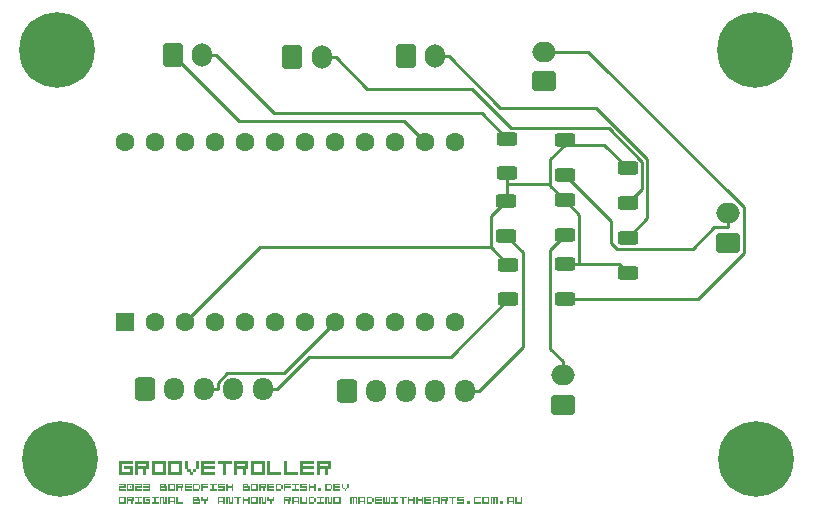
<source format=gbr>
%TF.GenerationSoftware,KiCad,Pcbnew,7.0.1*%
%TF.CreationDate,2023-09-03T20:42:36-04:00*%
%TF.ProjectId,Groove Coaster,47726f6f-7665-4204-936f-61737465722e,rev?*%
%TF.SameCoordinates,Original*%
%TF.FileFunction,Copper,L1,Top*%
%TF.FilePolarity,Positive*%
%FSLAX46Y46*%
G04 Gerber Fmt 4.6, Leading zero omitted, Abs format (unit mm)*
G04 Created by KiCad (PCBNEW 7.0.1) date 2023-09-03 20:42:36*
%MOMM*%
%LPD*%
G01*
G04 APERTURE LIST*
G04 Aperture macros list*
%AMRoundRect*
0 Rectangle with rounded corners*
0 $1 Rounding radius*
0 $2 $3 $4 $5 $6 $7 $8 $9 X,Y pos of 4 corners*
0 Add a 4 corners polygon primitive as box body*
4,1,4,$2,$3,$4,$5,$6,$7,$8,$9,$2,$3,0*
0 Add four circle primitives for the rounded corners*
1,1,$1+$1,$2,$3*
1,1,$1+$1,$4,$5*
1,1,$1+$1,$6,$7*
1,1,$1+$1,$8,$9*
0 Add four rect primitives between the rounded corners*
20,1,$1+$1,$2,$3,$4,$5,0*
20,1,$1+$1,$4,$5,$6,$7,0*
20,1,$1+$1,$6,$7,$8,$9,0*
20,1,$1+$1,$8,$9,$2,$3,0*%
G04 Aperture macros list end*
%ADD10C,0.187500*%
%TA.AperFunction,NonConductor*%
%ADD11C,0.187500*%
%TD*%
%ADD12C,0.300000*%
%TA.AperFunction,NonConductor*%
%ADD13C,0.300000*%
%TD*%
%TA.AperFunction,ComponentPad*%
%ADD14RoundRect,0.250000X-0.600000X-0.750000X0.600000X-0.750000X0.600000X0.750000X-0.600000X0.750000X0*%
%TD*%
%TA.AperFunction,ComponentPad*%
%ADD15O,1.700000X2.000000*%
%TD*%
%TA.AperFunction,ComponentPad*%
%ADD16RoundRect,0.250000X0.750000X-0.600000X0.750000X0.600000X-0.750000X0.600000X-0.750000X-0.600000X0*%
%TD*%
%TA.AperFunction,ComponentPad*%
%ADD17O,2.000000X1.700000*%
%TD*%
%TA.AperFunction,SMDPad,CuDef*%
%ADD18RoundRect,0.250000X-0.625000X0.312500X-0.625000X-0.312500X0.625000X-0.312500X0.625000X0.312500X0*%
%TD*%
%TA.AperFunction,SMDPad,CuDef*%
%ADD19RoundRect,0.250000X0.625000X-0.312500X0.625000X0.312500X-0.625000X0.312500X-0.625000X-0.312500X0*%
%TD*%
%TA.AperFunction,ComponentPad*%
%ADD20C,6.400000*%
%TD*%
%TA.AperFunction,ComponentPad*%
%ADD21R,1.600000X1.600000*%
%TD*%
%TA.AperFunction,ComponentPad*%
%ADD22C,1.600000*%
%TD*%
%TA.AperFunction,ComponentPad*%
%ADD23RoundRect,0.250000X-0.600000X-0.725000X0.600000X-0.725000X0.600000X0.725000X-0.600000X0.725000X0*%
%TD*%
%TA.AperFunction,ComponentPad*%
%ADD24O,1.700000X1.950000*%
%TD*%
%TA.AperFunction,Conductor*%
%ADD25C,0.250000*%
%TD*%
G04 APERTURE END LIST*
D10*
D11*
G36*
X79396990Y-84672500D02*
G01*
X78800000Y-84672500D01*
X78800000Y-84203370D01*
X78928044Y-84203370D01*
X78928044Y-84543722D01*
X79268946Y-84543722D01*
X79268946Y-84203370D01*
X78928044Y-84203370D01*
X78800000Y-84203370D01*
X78800000Y-84074593D01*
X79396990Y-84074593D01*
X79396990Y-84672500D01*
G37*
G36*
X80096746Y-84437843D02*
G01*
X79979509Y-84437843D01*
X79979509Y-84672500D01*
X79851465Y-84672500D01*
X79851465Y-84437843D01*
X79627800Y-84437843D01*
X79627800Y-84672500D01*
X79499755Y-84672500D01*
X79499755Y-84203370D01*
X79627800Y-84203370D01*
X79627800Y-84309066D01*
X79968702Y-84309066D01*
X79968702Y-84203370D01*
X79627800Y-84203370D01*
X79499755Y-84203370D01*
X79499755Y-84074593D01*
X80096746Y-84074593D01*
X80096746Y-84437843D01*
G37*
G36*
X80199511Y-84672500D02*
G01*
X80199511Y-84543722D01*
X80433984Y-84543722D01*
X80433984Y-84203370D01*
X80199511Y-84203370D01*
X80199511Y-84074593D01*
X80797418Y-84074593D01*
X80797418Y-84203370D01*
X80562028Y-84203370D01*
X80562028Y-84543722D01*
X80797418Y-84543722D01*
X80797418Y-84672500D01*
X80199511Y-84672500D01*
G37*
G36*
X80899267Y-84672500D02*
G01*
X80899267Y-84074593D01*
X81496257Y-84074593D01*
X81496257Y-84203370D01*
X81027311Y-84203370D01*
X81027311Y-84543722D01*
X81368213Y-84543722D01*
X81368213Y-84437843D01*
X81133190Y-84437843D01*
X81133190Y-84309066D01*
X81496257Y-84309066D01*
X81496257Y-84672500D01*
X80899267Y-84672500D01*
G37*
G36*
X81599023Y-84672500D02*
G01*
X81599023Y-84543722D01*
X81833496Y-84543722D01*
X81833496Y-84203370D01*
X81599023Y-84203370D01*
X81599023Y-84074593D01*
X82196929Y-84074593D01*
X82196929Y-84203370D01*
X81961540Y-84203370D01*
X81961540Y-84543722D01*
X82196929Y-84543722D01*
X82196929Y-84672500D01*
X81599023Y-84672500D01*
G37*
G36*
X82298778Y-84672500D02*
G01*
X82298778Y-84074593D01*
X82661296Y-84074593D01*
X82661296Y-84543722D01*
X82767725Y-84543722D01*
X82767725Y-84074593D01*
X82895769Y-84074593D01*
X82895769Y-84672500D01*
X82533251Y-84672500D01*
X82533251Y-84203370D01*
X82426823Y-84203370D01*
X82426823Y-84672500D01*
X82298778Y-84672500D01*
G37*
G36*
X83595525Y-84672500D02*
G01*
X83467480Y-84672500D01*
X83467480Y-84555080D01*
X83126578Y-84555080D01*
X83126578Y-84672500D01*
X82998534Y-84672500D01*
X82998534Y-84203370D01*
X83126578Y-84203370D01*
X83126578Y-84426303D01*
X83467480Y-84426303D01*
X83467480Y-84203370D01*
X83126578Y-84203370D01*
X82998534Y-84203370D01*
X82998534Y-84074593D01*
X83595525Y-84074593D01*
X83595525Y-84672500D01*
G37*
G36*
X83698290Y-84672500D02*
G01*
X83698290Y-84074593D01*
X83826334Y-84074593D01*
X83826334Y-84543722D01*
X84290334Y-84543722D01*
X84290334Y-84672500D01*
X83698290Y-84672500D01*
G37*
G36*
X85577555Y-84309066D02*
G01*
X85694792Y-84309066D01*
X85694792Y-84672500D01*
X85097801Y-84672500D01*
X85097801Y-84437843D01*
X85225846Y-84437843D01*
X85225846Y-84543722D01*
X85566748Y-84543722D01*
X85566748Y-84437843D01*
X85225846Y-84437843D01*
X85097801Y-84437843D01*
X85097801Y-84203370D01*
X85225846Y-84203370D01*
X85225846Y-84309066D01*
X85449511Y-84309066D01*
X85449511Y-84203370D01*
X85225846Y-84203370D01*
X85097801Y-84203370D01*
X85097801Y-84074593D01*
X85577555Y-84074593D01*
X85577555Y-84309066D01*
G37*
G36*
X86032030Y-84672500D02*
G01*
X86032030Y-84437843D01*
X85797557Y-84437843D01*
X85797557Y-84074593D01*
X85925601Y-84074593D01*
X85925601Y-84309066D01*
X86266503Y-84309066D01*
X86266503Y-84074593D01*
X86394548Y-84074593D01*
X86394548Y-84437843D01*
X86160075Y-84437843D01*
X86160075Y-84672500D01*
X86032030Y-84672500D01*
G37*
G36*
X87794059Y-84672500D02*
G01*
X87666015Y-84672500D01*
X87666015Y-84555080D01*
X87325113Y-84555080D01*
X87325113Y-84672500D01*
X87197069Y-84672500D01*
X87197069Y-84203370D01*
X87325113Y-84203370D01*
X87325113Y-84426303D01*
X87666015Y-84426303D01*
X87666015Y-84203370D01*
X87325113Y-84203370D01*
X87197069Y-84203370D01*
X87197069Y-84074593D01*
X87794059Y-84074593D01*
X87794059Y-84672500D01*
G37*
G36*
X87896824Y-84672500D02*
G01*
X87896824Y-84074593D01*
X88259342Y-84074593D01*
X88259342Y-84543722D01*
X88365771Y-84543722D01*
X88365771Y-84074593D01*
X88493815Y-84074593D01*
X88493815Y-84672500D01*
X88131297Y-84672500D01*
X88131297Y-84203370D01*
X88024869Y-84203370D01*
X88024869Y-84672500D01*
X87896824Y-84672500D01*
G37*
G36*
X88831053Y-84672500D02*
G01*
X88831053Y-84203370D01*
X88596580Y-84203370D01*
X88596580Y-84074593D01*
X89194487Y-84074593D01*
X89194487Y-84203370D01*
X88959098Y-84203370D01*
X88959098Y-84672500D01*
X88831053Y-84672500D01*
G37*
G36*
X89296336Y-84672500D02*
G01*
X89296336Y-84074593D01*
X89424380Y-84074593D01*
X89424380Y-84309066D01*
X89765282Y-84309066D01*
X89765282Y-84074593D01*
X89893326Y-84074593D01*
X89893326Y-84672500D01*
X89765282Y-84672500D01*
X89765282Y-84437843D01*
X89424380Y-84437843D01*
X89424380Y-84672500D01*
X89296336Y-84672500D01*
G37*
G36*
X90593082Y-84672500D02*
G01*
X89996092Y-84672500D01*
X89996092Y-84203370D01*
X90124136Y-84203370D01*
X90124136Y-84543722D01*
X90465038Y-84543722D01*
X90465038Y-84203370D01*
X90124136Y-84203370D01*
X89996092Y-84203370D01*
X89996092Y-84074593D01*
X90593082Y-84074593D01*
X90593082Y-84672500D01*
G37*
G36*
X90695847Y-84672500D02*
G01*
X90695847Y-84074593D01*
X91058365Y-84074593D01*
X91058365Y-84543722D01*
X91164794Y-84543722D01*
X91164794Y-84074593D01*
X91292838Y-84074593D01*
X91292838Y-84672500D01*
X90930321Y-84672500D01*
X90930321Y-84203370D01*
X90823892Y-84203370D01*
X90823892Y-84672500D01*
X90695847Y-84672500D01*
G37*
G36*
X91630076Y-84672500D02*
G01*
X91630076Y-84437843D01*
X91395603Y-84437843D01*
X91395603Y-84074593D01*
X91523647Y-84074593D01*
X91523647Y-84309066D01*
X91864549Y-84309066D01*
X91864549Y-84074593D01*
X91992594Y-84074593D01*
X91992594Y-84437843D01*
X91758121Y-84437843D01*
X91758121Y-84672500D01*
X91630076Y-84672500D01*
G37*
G36*
X93392105Y-84437843D02*
G01*
X93274869Y-84437843D01*
X93274869Y-84672500D01*
X93146824Y-84672500D01*
X93146824Y-84437843D01*
X92923159Y-84437843D01*
X92923159Y-84672500D01*
X92795115Y-84672500D01*
X92795115Y-84203370D01*
X92923159Y-84203370D01*
X92923159Y-84309066D01*
X93264061Y-84309066D01*
X93264061Y-84203370D01*
X92923159Y-84203370D01*
X92795115Y-84203370D01*
X92795115Y-84074593D01*
X93392105Y-84074593D01*
X93392105Y-84437843D01*
G37*
G36*
X94091861Y-84672500D02*
G01*
X93963817Y-84672500D01*
X93963817Y-84555080D01*
X93622915Y-84555080D01*
X93622915Y-84672500D01*
X93494870Y-84672500D01*
X93494870Y-84203370D01*
X93622915Y-84203370D01*
X93622915Y-84426303D01*
X93963817Y-84426303D01*
X93963817Y-84203370D01*
X93622915Y-84203370D01*
X93494870Y-84203370D01*
X93494870Y-84074593D01*
X94091861Y-84074593D01*
X94091861Y-84672500D01*
G37*
G36*
X94194626Y-84672500D02*
G01*
X94194626Y-84074593D01*
X94322670Y-84074593D01*
X94322670Y-84543722D01*
X94663572Y-84543722D01*
X94663572Y-84074593D01*
X94791617Y-84074593D01*
X94791617Y-84672500D01*
X94194626Y-84672500D01*
G37*
G36*
X95363328Y-84555263D02*
G01*
X95363328Y-84191830D01*
X95491372Y-84191830D01*
X95491372Y-84555263D01*
X95363328Y-84555263D01*
G37*
G36*
X94894382Y-84672500D02*
G01*
X94894382Y-84074593D01*
X95375052Y-84074593D01*
X95375052Y-84203370D01*
X95022426Y-84203370D01*
X95022426Y-84543722D01*
X95375052Y-84543722D01*
X95375052Y-84672500D01*
X94894382Y-84672500D01*
G37*
G36*
X95594138Y-84672500D02*
G01*
X95594138Y-84543722D01*
X95828611Y-84543722D01*
X95828611Y-84203370D01*
X95594138Y-84203370D01*
X95594138Y-84074593D01*
X96192044Y-84074593D01*
X96192044Y-84203370D01*
X95956655Y-84203370D01*
X95956655Y-84543722D01*
X96192044Y-84543722D01*
X96192044Y-84672500D01*
X95594138Y-84672500D01*
G37*
G36*
X96293893Y-84672500D02*
G01*
X96293893Y-84074593D01*
X96656411Y-84074593D01*
X96656411Y-84543722D01*
X96762840Y-84543722D01*
X96762840Y-84074593D01*
X96890884Y-84074593D01*
X96890884Y-84672500D01*
X96528367Y-84672500D01*
X96528367Y-84203370D01*
X96421938Y-84203370D01*
X96421938Y-84672500D01*
X96293893Y-84672500D01*
G37*
G36*
X97590640Y-84672500D02*
G01*
X96993649Y-84672500D01*
X96993649Y-84203370D01*
X97121693Y-84203370D01*
X97121693Y-84543722D01*
X97462595Y-84543722D01*
X97462595Y-84203370D01*
X97121693Y-84203370D01*
X96993649Y-84203370D01*
X96993649Y-84074593D01*
X97590640Y-84074593D01*
X97590640Y-84672500D01*
G37*
G36*
X98393161Y-84672500D02*
G01*
X98393161Y-84074593D01*
X98990151Y-84074593D01*
X98990151Y-84672500D01*
X98862107Y-84672500D01*
X98862107Y-84203370D01*
X98755678Y-84203370D01*
X98755678Y-84672500D01*
X98627634Y-84672500D01*
X98627634Y-84203370D01*
X98521205Y-84203370D01*
X98521205Y-84672500D01*
X98393161Y-84672500D01*
G37*
G36*
X99689907Y-84672500D02*
G01*
X99561863Y-84672500D01*
X99561863Y-84555080D01*
X99220961Y-84555080D01*
X99220961Y-84672500D01*
X99092916Y-84672500D01*
X99092916Y-84203370D01*
X99220961Y-84203370D01*
X99220961Y-84426303D01*
X99561863Y-84426303D01*
X99561863Y-84203370D01*
X99220961Y-84203370D01*
X99092916Y-84203370D01*
X99092916Y-84074593D01*
X99689907Y-84074593D01*
X99689907Y-84672500D01*
G37*
G36*
X100261618Y-84555263D02*
G01*
X100261618Y-84191830D01*
X100389663Y-84191830D01*
X100389663Y-84555263D01*
X100261618Y-84555263D01*
G37*
G36*
X99792672Y-84672500D02*
G01*
X99792672Y-84074593D01*
X100273342Y-84074593D01*
X100273342Y-84203370D01*
X99920717Y-84203370D01*
X99920717Y-84543722D01*
X100273342Y-84543722D01*
X100273342Y-84672500D01*
X99792672Y-84672500D01*
G37*
G36*
X100492428Y-84672500D02*
G01*
X100492428Y-84074593D01*
X101084473Y-84074593D01*
X101084473Y-84203370D01*
X100620472Y-84203370D01*
X100620472Y-84309066D01*
X101084473Y-84309066D01*
X101084473Y-84437843D01*
X100620472Y-84437843D01*
X100620472Y-84543722D01*
X101084473Y-84543722D01*
X101084473Y-84672500D01*
X100492428Y-84672500D01*
G37*
G36*
X101192184Y-84672500D02*
G01*
X101192184Y-84074593D01*
X101320228Y-84074593D01*
X101320228Y-84543722D01*
X101426657Y-84543722D01*
X101426657Y-84074593D01*
X101554701Y-84074593D01*
X101554701Y-84543722D01*
X101661130Y-84543722D01*
X101661130Y-84074593D01*
X101789174Y-84074593D01*
X101789174Y-84672500D01*
X101192184Y-84672500D01*
G37*
G36*
X101891939Y-84672500D02*
G01*
X101891939Y-84543722D01*
X102126413Y-84543722D01*
X102126413Y-84203370D01*
X101891939Y-84203370D01*
X101891939Y-84074593D01*
X102489846Y-84074593D01*
X102489846Y-84203370D01*
X102254457Y-84203370D01*
X102254457Y-84543722D01*
X102489846Y-84543722D01*
X102489846Y-84672500D01*
X101891939Y-84672500D01*
G37*
G36*
X102826168Y-84672500D02*
G01*
X102826168Y-84203370D01*
X102591695Y-84203370D01*
X102591695Y-84074593D01*
X103189602Y-84074593D01*
X103189602Y-84203370D01*
X102954213Y-84203370D01*
X102954213Y-84672500D01*
X102826168Y-84672500D01*
G37*
G36*
X103291451Y-84672500D02*
G01*
X103291451Y-84074593D01*
X103419495Y-84074593D01*
X103419495Y-84309066D01*
X103760397Y-84309066D01*
X103760397Y-84074593D01*
X103888442Y-84074593D01*
X103888442Y-84672500D01*
X103760397Y-84672500D01*
X103760397Y-84437843D01*
X103419495Y-84437843D01*
X103419495Y-84672500D01*
X103291451Y-84672500D01*
G37*
G36*
X103991207Y-84672500D02*
G01*
X103991207Y-84074593D01*
X104119251Y-84074593D01*
X104119251Y-84309066D01*
X104460153Y-84309066D01*
X104460153Y-84074593D01*
X104588197Y-84074593D01*
X104588197Y-84672500D01*
X104460153Y-84672500D01*
X104460153Y-84437843D01*
X104119251Y-84437843D01*
X104119251Y-84672500D01*
X103991207Y-84672500D01*
G37*
G36*
X104690963Y-84672500D02*
G01*
X104690963Y-84074593D01*
X105283007Y-84074593D01*
X105283007Y-84203370D01*
X104819007Y-84203370D01*
X104819007Y-84309066D01*
X105283007Y-84309066D01*
X105283007Y-84437843D01*
X104819007Y-84437843D01*
X104819007Y-84543722D01*
X105283007Y-84543722D01*
X105283007Y-84672500D01*
X104690963Y-84672500D01*
G37*
G36*
X105987709Y-84672500D02*
G01*
X105859665Y-84672500D01*
X105859665Y-84555080D01*
X105518763Y-84555080D01*
X105518763Y-84672500D01*
X105390718Y-84672500D01*
X105390718Y-84203370D01*
X105518763Y-84203370D01*
X105518763Y-84426303D01*
X105859665Y-84426303D01*
X105859665Y-84203370D01*
X105518763Y-84203370D01*
X105390718Y-84203370D01*
X105390718Y-84074593D01*
X105987709Y-84074593D01*
X105987709Y-84672500D01*
G37*
G36*
X106687465Y-84437843D02*
G01*
X106570228Y-84437843D01*
X106570228Y-84672500D01*
X106442184Y-84672500D01*
X106442184Y-84437843D01*
X106218518Y-84437843D01*
X106218518Y-84672500D01*
X106090474Y-84672500D01*
X106090474Y-84203370D01*
X106218518Y-84203370D01*
X106218518Y-84309066D01*
X106559420Y-84309066D01*
X106559420Y-84203370D01*
X106218518Y-84203370D01*
X106090474Y-84203370D01*
X106090474Y-84074593D01*
X106687465Y-84074593D01*
X106687465Y-84437843D01*
G37*
G36*
X107024703Y-84672500D02*
G01*
X107024703Y-84203370D01*
X106790230Y-84203370D01*
X106790230Y-84074593D01*
X107388136Y-84074593D01*
X107388136Y-84203370D01*
X107152747Y-84203370D01*
X107152747Y-84672500D01*
X107024703Y-84672500D01*
G37*
G36*
X107489986Y-84672500D02*
G01*
X107489986Y-84543722D01*
X107958932Y-84543722D01*
X107958932Y-84437843D01*
X107489986Y-84437843D01*
X107489986Y-84074593D01*
X108086976Y-84074593D01*
X108086976Y-84203370D01*
X107618030Y-84203370D01*
X107618030Y-84309066D01*
X108086976Y-84309066D01*
X108086976Y-84672500D01*
X107489986Y-84672500D01*
G37*
G36*
X108306978Y-84672500D02*
G01*
X108306978Y-84426303D01*
X108553175Y-84426303D01*
X108553175Y-84672500D01*
X108306978Y-84672500D01*
G37*
G36*
X108889497Y-84672500D02*
G01*
X108889497Y-84074593D01*
X109481542Y-84074593D01*
X109481542Y-84203370D01*
X109017541Y-84203370D01*
X109017541Y-84543722D01*
X109481542Y-84543722D01*
X109481542Y-84672500D01*
X108889497Y-84672500D01*
G37*
G36*
X110186243Y-84672500D02*
G01*
X109589253Y-84672500D01*
X109589253Y-84203370D01*
X109717297Y-84203370D01*
X109717297Y-84543722D01*
X110058199Y-84543722D01*
X110058199Y-84203370D01*
X109717297Y-84203370D01*
X109589253Y-84203370D01*
X109589253Y-84074593D01*
X110186243Y-84074593D01*
X110186243Y-84672500D01*
G37*
G36*
X110289009Y-84672500D02*
G01*
X110289009Y-84074593D01*
X110885999Y-84074593D01*
X110885999Y-84672500D01*
X110757955Y-84672500D01*
X110757955Y-84203370D01*
X110651526Y-84203370D01*
X110651526Y-84672500D01*
X110523482Y-84672500D01*
X110523482Y-84203370D01*
X110417053Y-84203370D01*
X110417053Y-84672500D01*
X110289009Y-84672500D01*
G37*
G36*
X111106001Y-84672500D02*
G01*
X111106001Y-84426303D01*
X111352198Y-84426303D01*
X111352198Y-84672500D01*
X111106001Y-84672500D01*
G37*
G36*
X112285511Y-84672500D02*
G01*
X112157466Y-84672500D01*
X112157466Y-84555080D01*
X111816564Y-84555080D01*
X111816564Y-84672500D01*
X111688520Y-84672500D01*
X111688520Y-84203370D01*
X111816564Y-84203370D01*
X111816564Y-84426303D01*
X112157466Y-84426303D01*
X112157466Y-84203370D01*
X111816564Y-84203370D01*
X111688520Y-84203370D01*
X111688520Y-84074593D01*
X112285511Y-84074593D01*
X112285511Y-84672500D01*
G37*
G36*
X112388276Y-84672500D02*
G01*
X112388276Y-84074593D01*
X112516320Y-84074593D01*
X112516320Y-84543722D01*
X112857222Y-84543722D01*
X112857222Y-84074593D01*
X112985266Y-84074593D01*
X112985266Y-84672500D01*
X112388276Y-84672500D01*
G37*
D10*
D11*
G36*
X78800000Y-83572500D02*
G01*
X78800000Y-83209066D01*
X79268946Y-83209066D01*
X79268946Y-83103370D01*
X78800000Y-83103370D01*
X78800000Y-82974593D01*
X79396990Y-82974593D01*
X79396990Y-83337843D01*
X78928044Y-83337843D01*
X78928044Y-83443722D01*
X79396990Y-83443722D01*
X79396990Y-83572500D01*
X78800000Y-83572500D01*
G37*
G36*
X79862273Y-83337843D02*
G01*
X79734228Y-83337843D01*
X79734228Y-83209066D01*
X79862273Y-83209066D01*
X79862273Y-83337843D01*
G37*
G36*
X80096746Y-83572500D02*
G01*
X79499755Y-83572500D01*
X79499755Y-83103370D01*
X79627800Y-83103370D01*
X79627800Y-83443722D01*
X79968702Y-83443722D01*
X79968702Y-83103370D01*
X79627800Y-83103370D01*
X79499755Y-83103370D01*
X79499755Y-82974593D01*
X80096746Y-82974593D01*
X80096746Y-83572500D01*
G37*
G36*
X80199511Y-83572500D02*
G01*
X80199511Y-83209066D01*
X80668457Y-83209066D01*
X80668457Y-83103370D01*
X80199511Y-83103370D01*
X80199511Y-82974593D01*
X80796502Y-82974593D01*
X80796502Y-83337843D01*
X80327555Y-83337843D01*
X80327555Y-83443722D01*
X80796502Y-83443722D01*
X80796502Y-83572500D01*
X80199511Y-83572500D01*
G37*
G36*
X80899267Y-83572500D02*
G01*
X80899267Y-83443722D01*
X81368213Y-83443722D01*
X81368213Y-83337843D01*
X80899267Y-83337843D01*
X80899267Y-83209066D01*
X81368213Y-83209066D01*
X81368213Y-83103370D01*
X80899267Y-83103370D01*
X80899267Y-82974593D01*
X81496257Y-82974593D01*
X81496257Y-83572500D01*
X80899267Y-83572500D01*
G37*
G36*
X82778532Y-83209066D02*
G01*
X82895769Y-83209066D01*
X82895769Y-83572500D01*
X82298778Y-83572500D01*
X82298778Y-83337843D01*
X82426823Y-83337843D01*
X82426823Y-83443722D01*
X82767725Y-83443722D01*
X82767725Y-83337843D01*
X82426823Y-83337843D01*
X82298778Y-83337843D01*
X82298778Y-83103370D01*
X82426823Y-83103370D01*
X82426823Y-83209066D01*
X82650488Y-83209066D01*
X82650488Y-83103370D01*
X82426823Y-83103370D01*
X82298778Y-83103370D01*
X82298778Y-82974593D01*
X82778532Y-82974593D01*
X82778532Y-83209066D01*
G37*
G36*
X83595525Y-83572500D02*
G01*
X82998534Y-83572500D01*
X82998534Y-83103370D01*
X83126578Y-83103370D01*
X83126578Y-83443722D01*
X83467480Y-83443722D01*
X83467480Y-83103370D01*
X83126578Y-83103370D01*
X82998534Y-83103370D01*
X82998534Y-82974593D01*
X83595525Y-82974593D01*
X83595525Y-83572500D01*
G37*
G36*
X84295280Y-83337843D02*
G01*
X84178044Y-83337843D01*
X84178044Y-83572500D01*
X84050000Y-83572500D01*
X84050000Y-83337843D01*
X83826334Y-83337843D01*
X83826334Y-83572500D01*
X83698290Y-83572500D01*
X83698290Y-83103370D01*
X83826334Y-83103370D01*
X83826334Y-83209066D01*
X84167236Y-83209066D01*
X84167236Y-83103370D01*
X83826334Y-83103370D01*
X83698290Y-83103370D01*
X83698290Y-82974593D01*
X84295280Y-82974593D01*
X84295280Y-83337843D01*
G37*
G36*
X84398046Y-83572500D02*
G01*
X84398046Y-82974593D01*
X84990090Y-82974593D01*
X84990090Y-83103370D01*
X84526090Y-83103370D01*
X84526090Y-83209066D01*
X84990090Y-83209066D01*
X84990090Y-83337843D01*
X84526090Y-83337843D01*
X84526090Y-83443722D01*
X84990090Y-83443722D01*
X84990090Y-83572500D01*
X84398046Y-83572500D01*
G37*
G36*
X85566748Y-83455263D02*
G01*
X85566748Y-83091830D01*
X85694792Y-83091830D01*
X85694792Y-83455263D01*
X85566748Y-83455263D01*
G37*
G36*
X85097801Y-83572500D02*
G01*
X85097801Y-82974593D01*
X85578471Y-82974593D01*
X85578471Y-83103370D01*
X85225846Y-83103370D01*
X85225846Y-83443722D01*
X85578471Y-83443722D01*
X85578471Y-83572500D01*
X85097801Y-83572500D01*
G37*
G36*
X85797557Y-83572500D02*
G01*
X85797557Y-82974593D01*
X86389602Y-82974593D01*
X86389602Y-83103370D01*
X85925601Y-83103370D01*
X85925601Y-83209066D01*
X86389602Y-83209066D01*
X86389602Y-83337843D01*
X85925601Y-83337843D01*
X85925601Y-83572500D01*
X85797557Y-83572500D01*
G37*
G36*
X86497313Y-83572500D02*
G01*
X86497313Y-83443722D01*
X86731786Y-83443722D01*
X86731786Y-83103370D01*
X86497313Y-83103370D01*
X86497313Y-82974593D01*
X87095219Y-82974593D01*
X87095219Y-83103370D01*
X86859830Y-83103370D01*
X86859830Y-83443722D01*
X87095219Y-83443722D01*
X87095219Y-83572500D01*
X86497313Y-83572500D01*
G37*
G36*
X87197069Y-83572500D02*
G01*
X87197069Y-83443722D01*
X87666015Y-83443722D01*
X87666015Y-83337843D01*
X87197069Y-83337843D01*
X87197069Y-82974593D01*
X87794059Y-82974593D01*
X87794059Y-83103370D01*
X87325113Y-83103370D01*
X87325113Y-83209066D01*
X87794059Y-83209066D01*
X87794059Y-83572500D01*
X87197069Y-83572500D01*
G37*
G36*
X87896824Y-83572500D02*
G01*
X87896824Y-82974593D01*
X88024869Y-82974593D01*
X88024869Y-83209066D01*
X88365771Y-83209066D01*
X88365771Y-82974593D01*
X88493815Y-82974593D01*
X88493815Y-83572500D01*
X88365771Y-83572500D01*
X88365771Y-83337843D01*
X88024869Y-83337843D01*
X88024869Y-83572500D01*
X87896824Y-83572500D01*
G37*
G36*
X89776090Y-83209066D02*
G01*
X89893326Y-83209066D01*
X89893326Y-83572500D01*
X89296336Y-83572500D01*
X89296336Y-83337843D01*
X89424380Y-83337843D01*
X89424380Y-83443722D01*
X89765282Y-83443722D01*
X89765282Y-83337843D01*
X89424380Y-83337843D01*
X89296336Y-83337843D01*
X89296336Y-83103370D01*
X89424380Y-83103370D01*
X89424380Y-83209066D01*
X89648046Y-83209066D01*
X89648046Y-83103370D01*
X89424380Y-83103370D01*
X89296336Y-83103370D01*
X89296336Y-82974593D01*
X89776090Y-82974593D01*
X89776090Y-83209066D01*
G37*
G36*
X90593082Y-83572500D02*
G01*
X89996092Y-83572500D01*
X89996092Y-83103370D01*
X90124136Y-83103370D01*
X90124136Y-83443722D01*
X90465038Y-83443722D01*
X90465038Y-83103370D01*
X90124136Y-83103370D01*
X89996092Y-83103370D01*
X89996092Y-82974593D01*
X90593082Y-82974593D01*
X90593082Y-83572500D01*
G37*
G36*
X91292838Y-83337843D02*
G01*
X91175601Y-83337843D01*
X91175601Y-83572500D01*
X91047557Y-83572500D01*
X91047557Y-83337843D01*
X90823892Y-83337843D01*
X90823892Y-83572500D01*
X90695847Y-83572500D01*
X90695847Y-83103370D01*
X90823892Y-83103370D01*
X90823892Y-83209066D01*
X91164794Y-83209066D01*
X91164794Y-83103370D01*
X90823892Y-83103370D01*
X90695847Y-83103370D01*
X90695847Y-82974593D01*
X91292838Y-82974593D01*
X91292838Y-83337843D01*
G37*
G36*
X91395603Y-83572500D02*
G01*
X91395603Y-82974593D01*
X91987648Y-82974593D01*
X91987648Y-83103370D01*
X91523647Y-83103370D01*
X91523647Y-83209066D01*
X91987648Y-83209066D01*
X91987648Y-83337843D01*
X91523647Y-83337843D01*
X91523647Y-83443722D01*
X91987648Y-83443722D01*
X91987648Y-83572500D01*
X91395603Y-83572500D01*
G37*
G36*
X92564305Y-83455263D02*
G01*
X92564305Y-83091830D01*
X92692349Y-83091830D01*
X92692349Y-83455263D01*
X92564305Y-83455263D01*
G37*
G36*
X92095359Y-83572500D02*
G01*
X92095359Y-82974593D01*
X92576029Y-82974593D01*
X92576029Y-83103370D01*
X92223403Y-83103370D01*
X92223403Y-83443722D01*
X92576029Y-83443722D01*
X92576029Y-83572500D01*
X92095359Y-83572500D01*
G37*
G36*
X92795115Y-83572500D02*
G01*
X92795115Y-82974593D01*
X93387159Y-82974593D01*
X93387159Y-83103370D01*
X92923159Y-83103370D01*
X92923159Y-83209066D01*
X93387159Y-83209066D01*
X93387159Y-83337843D01*
X92923159Y-83337843D01*
X92923159Y-83572500D01*
X92795115Y-83572500D01*
G37*
G36*
X93494870Y-83572500D02*
G01*
X93494870Y-83443722D01*
X93729344Y-83443722D01*
X93729344Y-83103370D01*
X93494870Y-83103370D01*
X93494870Y-82974593D01*
X94092777Y-82974593D01*
X94092777Y-83103370D01*
X93857388Y-83103370D01*
X93857388Y-83443722D01*
X94092777Y-83443722D01*
X94092777Y-83572500D01*
X93494870Y-83572500D01*
G37*
G36*
X94194626Y-83572500D02*
G01*
X94194626Y-83443722D01*
X94663572Y-83443722D01*
X94663572Y-83337843D01*
X94194626Y-83337843D01*
X94194626Y-82974593D01*
X94791617Y-82974593D01*
X94791617Y-83103370D01*
X94322670Y-83103370D01*
X94322670Y-83209066D01*
X94791617Y-83209066D01*
X94791617Y-83572500D01*
X94194626Y-83572500D01*
G37*
G36*
X94894382Y-83572500D02*
G01*
X94894382Y-82974593D01*
X95022426Y-82974593D01*
X95022426Y-83209066D01*
X95363328Y-83209066D01*
X95363328Y-82974593D01*
X95491372Y-82974593D01*
X95491372Y-83572500D01*
X95363328Y-83572500D01*
X95363328Y-83337843D01*
X95022426Y-83337843D01*
X95022426Y-83572500D01*
X94894382Y-83572500D01*
G37*
G36*
X95711374Y-83572500D02*
G01*
X95711374Y-83326303D01*
X95957571Y-83326303D01*
X95957571Y-83572500D01*
X95711374Y-83572500D01*
G37*
G36*
X96762840Y-83455263D02*
G01*
X96762840Y-83091830D01*
X96890884Y-83091830D01*
X96890884Y-83455263D01*
X96762840Y-83455263D01*
G37*
G36*
X96293893Y-83572500D02*
G01*
X96293893Y-82974593D01*
X96774563Y-82974593D01*
X96774563Y-83103370D01*
X96421938Y-83103370D01*
X96421938Y-83443722D01*
X96774563Y-83443722D01*
X96774563Y-83572500D01*
X96293893Y-83572500D01*
G37*
G36*
X96993649Y-83572500D02*
G01*
X96993649Y-82974593D01*
X97585694Y-82974593D01*
X97585694Y-83103370D01*
X97121693Y-83103370D01*
X97121693Y-83209066D01*
X97585694Y-83209066D01*
X97585694Y-83337843D01*
X97121693Y-83337843D01*
X97121693Y-83443722D01*
X97585694Y-83443722D01*
X97585694Y-83572500D01*
X96993649Y-83572500D01*
G37*
G36*
X97927878Y-83572500D02*
G01*
X97927878Y-83443722D01*
X98055922Y-83443722D01*
X98055922Y-83572500D01*
X97927878Y-83572500D01*
G37*
G36*
X97810642Y-83455080D02*
G01*
X97810642Y-83326303D01*
X97938686Y-83326303D01*
X97938686Y-83455080D01*
X97810642Y-83455080D01*
G37*
G36*
X98045115Y-83455080D02*
G01*
X98045115Y-83326303D01*
X98173159Y-83326303D01*
X98173159Y-83455080D01*
X98045115Y-83455080D01*
G37*
G36*
X97693405Y-83338026D02*
G01*
X97693405Y-82974593D01*
X97821449Y-82974593D01*
X97821449Y-83338026D01*
X97693405Y-83338026D01*
G37*
G36*
X98162351Y-83338026D02*
G01*
X98162351Y-82974593D01*
X98290396Y-82974593D01*
X98290396Y-83338026D01*
X98162351Y-83338026D01*
G37*
D12*
D13*
G36*
X78800000Y-82245000D02*
G01*
X78800000Y-81049187D01*
X79993981Y-81049187D01*
X79993981Y-81306741D01*
X79056088Y-81306741D01*
X79056088Y-81987445D01*
X79737892Y-81987445D01*
X79737892Y-81775687D01*
X79267847Y-81775687D01*
X79267847Y-81518133D01*
X79993981Y-81518133D01*
X79993981Y-82245000D01*
X78800000Y-82245000D01*
G37*
G36*
X81393492Y-81775687D02*
G01*
X81159019Y-81775687D01*
X81159019Y-82245000D01*
X80902930Y-82245000D01*
X80902930Y-81775687D01*
X80455600Y-81775687D01*
X80455600Y-82245000D01*
X80199511Y-82245000D01*
X80199511Y-81306741D01*
X80455600Y-81306741D01*
X80455600Y-81518133D01*
X81137404Y-81518133D01*
X81137404Y-81306741D01*
X80455600Y-81306741D01*
X80199511Y-81306741D01*
X80199511Y-81049187D01*
X81393492Y-81049187D01*
X81393492Y-81775687D01*
G37*
G36*
X82793004Y-82245000D02*
G01*
X81599023Y-82245000D01*
X81599023Y-81306741D01*
X81855111Y-81306741D01*
X81855111Y-81987445D01*
X82536915Y-81987445D01*
X82536915Y-81306741D01*
X81855111Y-81306741D01*
X81599023Y-81306741D01*
X81599023Y-81049187D01*
X82793004Y-81049187D01*
X82793004Y-82245000D01*
G37*
G36*
X84192515Y-82245000D02*
G01*
X82998534Y-82245000D01*
X82998534Y-81306741D01*
X83254623Y-81306741D01*
X83254623Y-81987445D01*
X83936427Y-81987445D01*
X83936427Y-81306741D01*
X83254623Y-81306741D01*
X82998534Y-81306741D01*
X82998534Y-81049187D01*
X84192515Y-81049187D01*
X84192515Y-82245000D01*
G37*
G36*
X84866992Y-82245000D02*
G01*
X84866992Y-81987445D01*
X85123080Y-81987445D01*
X85123080Y-82245000D01*
X84866992Y-82245000D01*
G37*
G36*
X84632519Y-82010160D02*
G01*
X84632519Y-81752606D01*
X84888607Y-81752606D01*
X84888607Y-82010160D01*
X84632519Y-82010160D01*
G37*
G36*
X85101465Y-82010160D02*
G01*
X85101465Y-81752606D01*
X85357554Y-81752606D01*
X85357554Y-82010160D01*
X85101465Y-82010160D01*
G37*
G36*
X84398046Y-81776053D02*
G01*
X84398046Y-81049187D01*
X84654134Y-81049187D01*
X84654134Y-81776053D01*
X84398046Y-81776053D01*
G37*
G36*
X85335938Y-81776053D02*
G01*
X85335938Y-81049187D01*
X85592027Y-81049187D01*
X85592027Y-81776053D01*
X85335938Y-81776053D01*
G37*
G36*
X85797557Y-82245000D02*
G01*
X85797557Y-81049187D01*
X86981646Y-81049187D01*
X86981646Y-81306741D01*
X86053646Y-81306741D01*
X86053646Y-81518133D01*
X86981646Y-81518133D01*
X86981646Y-81775687D01*
X86053646Y-81775687D01*
X86053646Y-81987445D01*
X86981646Y-81987445D01*
X86981646Y-82245000D01*
X85797557Y-82245000D01*
G37*
G36*
X87666015Y-82245000D02*
G01*
X87666015Y-81306741D01*
X87197069Y-81306741D01*
X87197069Y-81049187D01*
X88392882Y-81049187D01*
X88392882Y-81306741D01*
X87922103Y-81306741D01*
X87922103Y-82245000D01*
X87666015Y-82245000D01*
G37*
G36*
X89790561Y-81775687D02*
G01*
X89556088Y-81775687D01*
X89556088Y-82245000D01*
X89300000Y-82245000D01*
X89300000Y-81775687D01*
X88852669Y-81775687D01*
X88852669Y-82245000D01*
X88596580Y-82245000D01*
X88596580Y-81306741D01*
X88852669Y-81306741D01*
X88852669Y-81518133D01*
X89534473Y-81518133D01*
X89534473Y-81306741D01*
X88852669Y-81306741D01*
X88596580Y-81306741D01*
X88596580Y-81049187D01*
X89790561Y-81049187D01*
X89790561Y-81775687D01*
G37*
G36*
X91190073Y-82245000D02*
G01*
X89996092Y-82245000D01*
X89996092Y-81306741D01*
X90252180Y-81306741D01*
X90252180Y-81987445D01*
X90933984Y-81987445D01*
X90933984Y-81306741D01*
X90252180Y-81306741D01*
X89996092Y-81306741D01*
X89996092Y-81049187D01*
X91190073Y-81049187D01*
X91190073Y-82245000D01*
G37*
G36*
X91395603Y-82245000D02*
G01*
X91395603Y-81049187D01*
X91651692Y-81049187D01*
X91651692Y-81987445D01*
X92579692Y-81987445D01*
X92579692Y-82245000D01*
X91395603Y-82245000D01*
G37*
G36*
X92795115Y-82245000D02*
G01*
X92795115Y-81049187D01*
X93051203Y-81049187D01*
X93051203Y-81987445D01*
X93979204Y-81987445D01*
X93979204Y-82245000D01*
X92795115Y-82245000D01*
G37*
G36*
X94194626Y-82245000D02*
G01*
X94194626Y-81049187D01*
X95378715Y-81049187D01*
X95378715Y-81306741D01*
X94450715Y-81306741D01*
X94450715Y-81518133D01*
X95378715Y-81518133D01*
X95378715Y-81775687D01*
X94450715Y-81775687D01*
X94450715Y-81987445D01*
X95378715Y-81987445D01*
X95378715Y-82245000D01*
X94194626Y-82245000D01*
G37*
G36*
X96788119Y-81775687D02*
G01*
X96553646Y-81775687D01*
X96553646Y-82245000D01*
X96297557Y-82245000D01*
X96297557Y-81775687D01*
X95850226Y-81775687D01*
X95850226Y-82245000D01*
X95594138Y-82245000D01*
X95594138Y-81306741D01*
X95850226Y-81306741D01*
X95850226Y-81518133D01*
X96532030Y-81518133D01*
X96532030Y-81306741D01*
X95850226Y-81306741D01*
X95594138Y-81306741D01*
X95594138Y-81049187D01*
X96788119Y-81049187D01*
X96788119Y-81775687D01*
G37*
D14*
%TO.P,BT1,1,1*%
%TO.N,Net-(U1-B2)*%
X83400000Y-46700000D03*
D15*
%TO.P,BT1,2,2*%
%TO.N,Net-(BT1-Pad2)*%
X85900000Y-46700000D03*
%TD*%
D14*
%TO.P,BT2,1,1*%
%TO.N,Net-(U1-B3)*%
X93500000Y-46900000D03*
D15*
%TO.P,BT2,2,2*%
%TO.N,Net-(BT2-Pad2)*%
X96000000Y-46900000D03*
%TD*%
D14*
%TO.P,BT3,1,1*%
%TO.N,Net-(U1-B1)*%
X103100000Y-46800000D03*
D15*
%TO.P,BT3,2,2*%
%TO.N,Net-(BT3-Pad2)*%
X105600000Y-46800000D03*
%TD*%
D16*
%TO.P,LED1,1,-*%
%TO.N,Net-(LED1--)*%
X130400000Y-62600000D03*
D17*
%TO.P,LED1,2,+*%
%TO.N,Net-(LED1-+)*%
X130400000Y-60100000D03*
%TD*%
D16*
%TO.P,LED2,1,-*%
%TO.N,Net-(LED2--)*%
X116400000Y-76300000D03*
D17*
%TO.P,LED2,2,+*%
%TO.N,Net-(LED2-+)*%
X116400000Y-73800000D03*
%TD*%
D16*
%TO.P,LED3,1,-*%
%TO.N,Net-(LED3--)*%
X114800000Y-48900000D03*
D17*
%TO.P,LED3,2,+*%
%TO.N,Net-(LED3-+)*%
X114800000Y-46400000D03*
%TD*%
D18*
%TO.P,R1,1*%
%TO.N,Net-(BT1-Pad2)*%
X111700000Y-53775000D03*
%TO.P,R1,2*%
%TO.N,Net-(R1-Pad2)*%
X111700000Y-56700000D03*
%TD*%
D19*
%TO.P,R2,1*%
%TO.N,Net-(BT2-Pad2)*%
X121900000Y-59225000D03*
%TO.P,R2,2*%
%TO.N,Net-(R1-Pad2)*%
X121900000Y-56300000D03*
%TD*%
D18*
%TO.P,R3,1*%
%TO.N,Net-(BT3-Pad2)*%
X121900000Y-62200000D03*
%TO.P,R3,2*%
%TO.N,Net-(R1-Pad2)*%
X121900000Y-65125000D03*
%TD*%
D19*
%TO.P,R4,1*%
%TO.N,Net-(J1-Pin_5)*%
X111800000Y-67362500D03*
%TO.P,R4,2*%
%TO.N,Net-(R1-Pad2)*%
X111800000Y-64437500D03*
%TD*%
%TO.P,R5,1*%
%TO.N,Net-(J2-Pin_5)*%
X111600000Y-62000000D03*
%TO.P,R5,2*%
%TO.N,Net-(R1-Pad2)*%
X111600000Y-59075000D03*
%TD*%
%TO.P,R12,1*%
%TO.N,Net-(LED1-+)*%
X116600000Y-56825000D03*
%TO.P,R12,2*%
%TO.N,Net-(R1-Pad2)*%
X116600000Y-53900000D03*
%TD*%
%TO.P,R13,1*%
%TO.N,Net-(LED2-+)*%
X116600000Y-61925000D03*
%TO.P,R13,2*%
%TO.N,Net-(R1-Pad2)*%
X116600000Y-59000000D03*
%TD*%
%TO.P,R14,1*%
%TO.N,Net-(LED3-+)*%
X116600000Y-67325000D03*
%TO.P,R14,2*%
%TO.N,Net-(R1-Pad2)*%
X116600000Y-64400000D03*
%TD*%
D20*
%TO.P,REF\u002A\u002A,1*%
%TO.N,N/C*%
X73800000Y-80900000D03*
%TD*%
%TO.P,REF\u002A\u002A,1*%
%TO.N,N/C*%
X73600000Y-46300000D03*
%TD*%
D21*
%TO.P,U1,1,TX*%
%TO.N,unconnected-(U1-TX-Pad1)*%
X79330000Y-69320000D03*
D22*
%TO.P,U1,2,RX*%
%TO.N,unconnected-(U1-RX-Pad2)*%
X81870000Y-69320000D03*
%TO.P,U1,3,GND*%
%TO.N,Net-(R1-Pad2)*%
X84410000Y-69320000D03*
%TO.P,U1,4,GND*%
%TO.N,unconnected-(U1-GND-Pad4)*%
X86950000Y-69320000D03*
%TO.P,U1,5,SDA*%
%TO.N,Net-(J1-Pin_1)*%
X89490000Y-69320000D03*
%TO.P,U1,6,SCL*%
%TO.N,Net-(J1-Pin_2)*%
X92030000Y-69320000D03*
%TO.P,U1,7,D4*%
%TO.N,Net-(J1-Pin_4)*%
X94570000Y-69320000D03*
%TO.P,U1,8,C6*%
%TO.N,Net-(J1-Pin_3)*%
X97110000Y-69320000D03*
%TO.P,U1,9,D7*%
%TO.N,Net-(J2-Pin_3)*%
X99650000Y-69320000D03*
%TO.P,U1,10,E6*%
%TO.N,Net-(J2-Pin_4)*%
X102190000Y-69320000D03*
%TO.P,U1,11,B4*%
%TO.N,Net-(J2-Pin_2)*%
X104730000Y-69320000D03*
%TO.P,U1,12,B5*%
%TO.N,Net-(J2-Pin_1)*%
X107270000Y-69320000D03*
%TO.P,U1,13,B6*%
%TO.N,unconnected-(U1-B6-Pad13)*%
X107270000Y-54080000D03*
%TO.P,U1,14,B2*%
%TO.N,Net-(U1-B2)*%
X104730000Y-54080000D03*
%TO.P,U1,15,B3*%
%TO.N,Net-(U1-B3)*%
X102190000Y-54080000D03*
%TO.P,U1,16,B1*%
%TO.N,Net-(U1-B1)*%
X99650000Y-54080000D03*
%TO.P,U1,17,F7*%
%TO.N,Net-(LED1--)*%
X97110000Y-54080000D03*
%TO.P,U1,18,F6*%
%TO.N,Net-(LED2--)*%
X94570000Y-54080000D03*
%TO.P,U1,19,F5*%
%TO.N,Net-(LED3--)*%
X92030000Y-54080000D03*
%TO.P,U1,20,F4*%
%TO.N,unconnected-(U1-F4-Pad20)*%
X89490000Y-54080000D03*
%TO.P,U1,21,VCC*%
%TO.N,unconnected-(U1-VCC-Pad21)*%
X86950000Y-54080000D03*
%TO.P,U1,22,RST*%
%TO.N,unconnected-(U1-RST-Pad22)*%
X84410000Y-54080000D03*
%TO.P,U1,23,GND*%
%TO.N,unconnected-(U1-GND-Pad23)*%
X81870000Y-54080000D03*
%TO.P,U1,24,RAW*%
%TO.N,unconnected-(U1-RAW-Pad24)*%
X79330000Y-54080000D03*
%TD*%
D20*
%TO.P,REF\u002A\u002A,1*%
%TO.N,N/C*%
X132700000Y-46300000D03*
%TD*%
%TO.P,REF\u002A\u002A,1*%
%TO.N,N/C*%
X132800000Y-80900000D03*
%TD*%
D23*
%TO.P,J1,1,Pin_1*%
%TO.N,Net-(J1-Pin_1)*%
X81000000Y-75000000D03*
D24*
%TO.P,J1,2,Pin_2*%
%TO.N,Net-(J1-Pin_2)*%
X83500000Y-75000000D03*
%TO.P,J1,3,Pin_3*%
%TO.N,Net-(J1-Pin_3)*%
X86000000Y-75000000D03*
%TO.P,J1,4,Pin_4*%
%TO.N,Net-(J1-Pin_4)*%
X88500000Y-75000000D03*
%TO.P,J1,5,Pin_5*%
%TO.N,Net-(J1-Pin_5)*%
X91000000Y-75000000D03*
%TD*%
D23*
%TO.P,J2,1,Pin_1*%
%TO.N,Net-(J2-Pin_1)*%
X98100000Y-75100000D03*
D24*
%TO.P,J2,2,Pin_2*%
%TO.N,Net-(J2-Pin_2)*%
X100600000Y-75100000D03*
%TO.P,J2,3,Pin_3*%
%TO.N,Net-(J2-Pin_3)*%
X103100000Y-75100000D03*
%TO.P,J2,4,Pin_4*%
%TO.N,Net-(J2-Pin_4)*%
X105600000Y-75100000D03*
%TO.P,J2,5,Pin_5*%
%TO.N,Net-(J2-Pin_5)*%
X108100000Y-75100000D03*
%TD*%
D25*
%TO.N,Net-(BT1-Pad2)*%
X109529600Y-51604600D02*
X91979700Y-51604600D01*
X85900000Y-46700000D02*
X87075100Y-46700000D01*
X111700000Y-53775000D02*
X109529600Y-51604600D01*
X91979700Y-51604600D02*
X87075100Y-46700000D01*
%TO.N,Net-(U1-B2)*%
X102968500Y-52318500D02*
X89018500Y-52318500D01*
X89018500Y-52318500D02*
X83400000Y-46700000D01*
X104730000Y-54080000D02*
X102968500Y-52318500D01*
%TO.N,Net-(BT2-Pad2)*%
X99812500Y-49537400D02*
X97175100Y-46900000D01*
X108712700Y-49537400D02*
X99812500Y-49537400D01*
X112061600Y-52886300D02*
X108712700Y-49537400D01*
X120281800Y-52886300D02*
X112061600Y-52886300D01*
X121900000Y-59225000D02*
X123109700Y-58015300D01*
X123109700Y-58015300D02*
X123109700Y-55714200D01*
X96000000Y-46900000D02*
X97175100Y-46900000D01*
X123109700Y-55714200D02*
X120281800Y-52886300D01*
%TO.N,Net-(BT3-Pad2)*%
X119186600Y-51154400D02*
X111129500Y-51154400D01*
X121900000Y-62200000D02*
X123568400Y-60531600D01*
X123568400Y-60531600D02*
X123568400Y-55536200D01*
X123568400Y-55536200D02*
X119186600Y-51154400D01*
X105600000Y-46800000D02*
X106775100Y-46800000D01*
X111129500Y-51154400D02*
X106775100Y-46800000D01*
%TO.N,Net-(LED1-+)*%
X130400000Y-60100000D02*
X130400000Y-61275100D01*
X121006200Y-63089100D02*
X127410900Y-63089100D01*
X129224900Y-61275100D02*
X130400000Y-61275100D01*
X120500400Y-62583300D02*
X121006200Y-63089100D01*
X120500400Y-60725400D02*
X120500400Y-62583300D01*
X116600000Y-56825000D02*
X120500400Y-60725400D01*
X127410900Y-63089100D02*
X129224900Y-61275100D01*
%TO.N,Net-(LED2-+)*%
X115347400Y-63177600D02*
X115347400Y-71572300D01*
X116600000Y-61925000D02*
X115347400Y-63177600D01*
X115347400Y-71572300D02*
X116400000Y-72624900D01*
X116400000Y-73800000D02*
X116400000Y-72624900D01*
%TO.N,Net-(LED3-+)*%
X131753700Y-63453100D02*
X127881800Y-67325000D01*
X127881800Y-67325000D02*
X116600000Y-67325000D01*
X131753700Y-59597200D02*
X131753700Y-63453100D01*
X114800000Y-46400000D02*
X118556500Y-46400000D01*
X118556500Y-46400000D02*
X131753700Y-59597200D01*
%TO.N,Net-(R1-Pad2)*%
X116600000Y-64400000D02*
X117814300Y-64400000D01*
X115344500Y-57744500D02*
X116600000Y-59000000D01*
X117814300Y-60214300D02*
X117814300Y-64400000D01*
X90756200Y-62973800D02*
X110336300Y-62973800D01*
X116600000Y-59000000D02*
X117814300Y-60214300D01*
X115344500Y-55528300D02*
X116600000Y-54272800D01*
X111600000Y-59075000D02*
X110336300Y-60338700D01*
X116600000Y-54272800D02*
X116600000Y-53900000D01*
X119872800Y-54272800D02*
X121900000Y-56300000D01*
X110336300Y-62973800D02*
X111800000Y-64437500D01*
X110336300Y-60338700D02*
X110336300Y-62973800D01*
X115344500Y-57612500D02*
X115344500Y-55528300D01*
X117814300Y-64400000D02*
X121175000Y-64400000D01*
X115344500Y-57612500D02*
X115344500Y-57744500D01*
X84410000Y-69320000D02*
X90756200Y-62973800D01*
X121175000Y-64400000D02*
X121900000Y-65125000D01*
X116600000Y-54272800D02*
X119872800Y-54272800D01*
X111700000Y-57612500D02*
X111700000Y-58975000D01*
X111700000Y-56700000D02*
X111700000Y-57612500D01*
X111700000Y-58975000D02*
X111600000Y-59075000D01*
X111700000Y-57612500D02*
X115344500Y-57612500D01*
%TO.N,Net-(J1-Pin_3)*%
X92782800Y-73647200D02*
X87992400Y-73647200D01*
X97110000Y-69320000D02*
X92782800Y-73647200D01*
X86000000Y-75000000D02*
X87175100Y-75000000D01*
X87175100Y-74464500D02*
X87175100Y-75000000D01*
X87992400Y-73647200D02*
X87175100Y-74464500D01*
%TO.N,Net-(J1-Pin_5)*%
X94950200Y-72224900D02*
X92175100Y-75000000D01*
X106937600Y-72224900D02*
X94950200Y-72224900D01*
X91000000Y-75000000D02*
X92175100Y-75000000D01*
X111800000Y-67362500D02*
X106937600Y-72224900D01*
%TO.N,Net-(J2-Pin_5)*%
X113002100Y-71373000D02*
X109275100Y-75100000D01*
X108100000Y-75100000D02*
X109275100Y-75100000D01*
X111600000Y-62000000D02*
X113002100Y-63402100D01*
X113002100Y-63402100D02*
X113002100Y-71373000D01*
%TD*%
M02*

</source>
